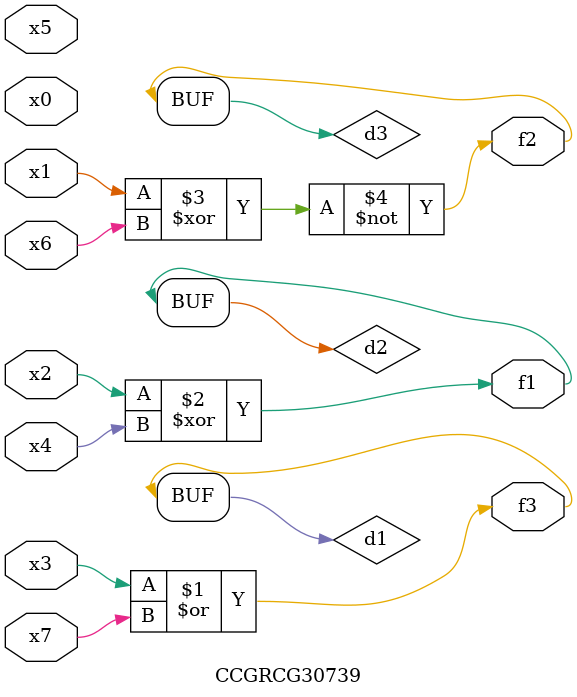
<source format=v>
module CCGRCG30739(
	input x0, x1, x2, x3, x4, x5, x6, x7,
	output f1, f2, f3
);

	wire d1, d2, d3;

	or (d1, x3, x7);
	xor (d2, x2, x4);
	xnor (d3, x1, x6);
	assign f1 = d2;
	assign f2 = d3;
	assign f3 = d1;
endmodule

</source>
